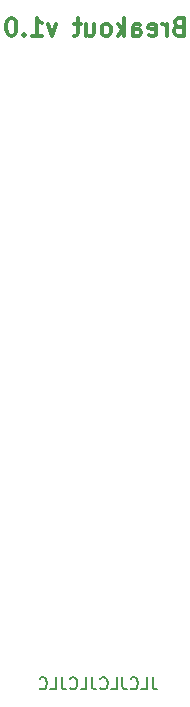
<source format=gbr>
%TF.GenerationSoftware,KiCad,Pcbnew,(6.0.11)*%
%TF.CreationDate,2023-01-29T15:19:43+00:00*%
%TF.ProjectId,Quadraphone_Breakout_Panel,51756164-7261-4706-986f-6e655f427265,rev?*%
%TF.SameCoordinates,Original*%
%TF.FileFunction,Legend,Bot*%
%TF.FilePolarity,Positive*%
%FSLAX46Y46*%
G04 Gerber Fmt 4.6, Leading zero omitted, Abs format (unit mm)*
G04 Created by KiCad (PCBNEW (6.0.11)) date 2023-01-29 15:19:43*
%MOMM*%
%LPD*%
G01*
G04 APERTURE LIST*
%ADD10C,0.300000*%
%ADD11C,0.150000*%
G04 APERTURE END LIST*
D10*
X66400000Y-106192857D02*
X66185714Y-106264285D01*
X66114285Y-106335714D01*
X66042857Y-106478571D01*
X66042857Y-106692857D01*
X66114285Y-106835714D01*
X66185714Y-106907142D01*
X66328571Y-106978571D01*
X66900000Y-106978571D01*
X66900000Y-105478571D01*
X66400000Y-105478571D01*
X66257142Y-105550000D01*
X66185714Y-105621428D01*
X66114285Y-105764285D01*
X66114285Y-105907142D01*
X66185714Y-106050000D01*
X66257142Y-106121428D01*
X66400000Y-106192857D01*
X66900000Y-106192857D01*
X65400000Y-106978571D02*
X65400000Y-105978571D01*
X65400000Y-106264285D02*
X65328571Y-106121428D01*
X65257142Y-106050000D01*
X65114285Y-105978571D01*
X64971428Y-105978571D01*
X63900000Y-106907142D02*
X64042857Y-106978571D01*
X64328571Y-106978571D01*
X64471428Y-106907142D01*
X64542857Y-106764285D01*
X64542857Y-106192857D01*
X64471428Y-106050000D01*
X64328571Y-105978571D01*
X64042857Y-105978571D01*
X63900000Y-106050000D01*
X63828571Y-106192857D01*
X63828571Y-106335714D01*
X64542857Y-106478571D01*
X62542857Y-106978571D02*
X62542857Y-106192857D01*
X62614285Y-106050000D01*
X62757142Y-105978571D01*
X63042857Y-105978571D01*
X63185714Y-106050000D01*
X62542857Y-106907142D02*
X62685714Y-106978571D01*
X63042857Y-106978571D01*
X63185714Y-106907142D01*
X63257142Y-106764285D01*
X63257142Y-106621428D01*
X63185714Y-106478571D01*
X63042857Y-106407142D01*
X62685714Y-106407142D01*
X62542857Y-106335714D01*
X61828571Y-106978571D02*
X61828571Y-105478571D01*
X61685714Y-106407142D02*
X61257142Y-106978571D01*
X61257142Y-105978571D02*
X61828571Y-106550000D01*
X60400000Y-106978571D02*
X60542857Y-106907142D01*
X60614285Y-106835714D01*
X60685714Y-106692857D01*
X60685714Y-106264285D01*
X60614285Y-106121428D01*
X60542857Y-106050000D01*
X60400000Y-105978571D01*
X60185714Y-105978571D01*
X60042857Y-106050000D01*
X59971428Y-106121428D01*
X59900000Y-106264285D01*
X59900000Y-106692857D01*
X59971428Y-106835714D01*
X60042857Y-106907142D01*
X60185714Y-106978571D01*
X60400000Y-106978571D01*
X58614285Y-105978571D02*
X58614285Y-106978571D01*
X59257142Y-105978571D02*
X59257142Y-106764285D01*
X59185714Y-106907142D01*
X59042857Y-106978571D01*
X58828571Y-106978571D01*
X58685714Y-106907142D01*
X58614285Y-106835714D01*
X58114285Y-105978571D02*
X57542857Y-105978571D01*
X57900000Y-105478571D02*
X57900000Y-106764285D01*
X57828571Y-106907142D01*
X57685714Y-106978571D01*
X57542857Y-106978571D01*
X56042857Y-105978571D02*
X55685714Y-106978571D01*
X55328571Y-105978571D01*
X53971428Y-106978571D02*
X54828571Y-106978571D01*
X54400000Y-106978571D02*
X54400000Y-105478571D01*
X54542857Y-105692857D01*
X54685714Y-105835714D01*
X54828571Y-105907142D01*
X53328571Y-106835714D02*
X53257142Y-106907142D01*
X53328571Y-106978571D01*
X53400000Y-106907142D01*
X53328571Y-106835714D01*
X53328571Y-106978571D01*
X52328571Y-105478571D02*
X52185714Y-105478571D01*
X52042857Y-105550000D01*
X51971428Y-105621428D01*
X51900000Y-105764285D01*
X51828571Y-106050000D01*
X51828571Y-106407142D01*
X51900000Y-106692857D01*
X51971428Y-106835714D01*
X52042857Y-106907142D01*
X52185714Y-106978571D01*
X52328571Y-106978571D01*
X52471428Y-106907142D01*
X52542857Y-106835714D01*
X52614285Y-106692857D01*
X52685714Y-106407142D01*
X52685714Y-106050000D01*
X52614285Y-105764285D01*
X52542857Y-105621428D01*
X52471428Y-105550000D01*
X52328571Y-105478571D01*
D11*
X64219047Y-161302380D02*
X64219047Y-162016666D01*
X64266666Y-162159523D01*
X64361904Y-162254761D01*
X64504761Y-162302380D01*
X64600000Y-162302380D01*
X63266666Y-162302380D02*
X63742857Y-162302380D01*
X63742857Y-161302380D01*
X62361904Y-162207142D02*
X62409523Y-162254761D01*
X62552380Y-162302380D01*
X62647619Y-162302380D01*
X62790476Y-162254761D01*
X62885714Y-162159523D01*
X62933333Y-162064285D01*
X62980952Y-161873809D01*
X62980952Y-161730952D01*
X62933333Y-161540476D01*
X62885714Y-161445238D01*
X62790476Y-161350000D01*
X62647619Y-161302380D01*
X62552380Y-161302380D01*
X62409523Y-161350000D01*
X62361904Y-161397619D01*
X61647619Y-161302380D02*
X61647619Y-162016666D01*
X61695238Y-162159523D01*
X61790476Y-162254761D01*
X61933333Y-162302380D01*
X62028571Y-162302380D01*
X60695238Y-162302380D02*
X61171428Y-162302380D01*
X61171428Y-161302380D01*
X59790476Y-162207142D02*
X59838095Y-162254761D01*
X59980952Y-162302380D01*
X60076190Y-162302380D01*
X60219047Y-162254761D01*
X60314285Y-162159523D01*
X60361904Y-162064285D01*
X60409523Y-161873809D01*
X60409523Y-161730952D01*
X60361904Y-161540476D01*
X60314285Y-161445238D01*
X60219047Y-161350000D01*
X60076190Y-161302380D01*
X59980952Y-161302380D01*
X59838095Y-161350000D01*
X59790476Y-161397619D01*
X59076190Y-161302380D02*
X59076190Y-162016666D01*
X59123809Y-162159523D01*
X59219047Y-162254761D01*
X59361904Y-162302380D01*
X59457142Y-162302380D01*
X58123809Y-162302380D02*
X58600000Y-162302380D01*
X58600000Y-161302380D01*
X57219047Y-162207142D02*
X57266666Y-162254761D01*
X57409523Y-162302380D01*
X57504761Y-162302380D01*
X57647619Y-162254761D01*
X57742857Y-162159523D01*
X57790476Y-162064285D01*
X57838095Y-161873809D01*
X57838095Y-161730952D01*
X57790476Y-161540476D01*
X57742857Y-161445238D01*
X57647619Y-161350000D01*
X57504761Y-161302380D01*
X57409523Y-161302380D01*
X57266666Y-161350000D01*
X57219047Y-161397619D01*
X56504761Y-161302380D02*
X56504761Y-162016666D01*
X56552380Y-162159523D01*
X56647619Y-162254761D01*
X56790476Y-162302380D01*
X56885714Y-162302380D01*
X55552380Y-162302380D02*
X56028571Y-162302380D01*
X56028571Y-161302380D01*
X54647619Y-162207142D02*
X54695238Y-162254761D01*
X54838095Y-162302380D01*
X54933333Y-162302380D01*
X55076190Y-162254761D01*
X55171428Y-162159523D01*
X55219047Y-162064285D01*
X55266666Y-161873809D01*
X55266666Y-161730952D01*
X55219047Y-161540476D01*
X55171428Y-161445238D01*
X55076190Y-161350000D01*
X54933333Y-161302380D01*
X54838095Y-161302380D01*
X54695238Y-161350000D01*
X54647619Y-161397619D01*
M02*

</source>
